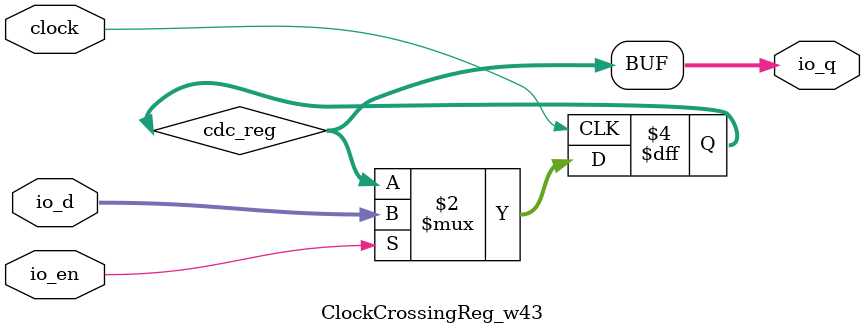
<source format=v>
module ClockCrossingReg_w43( // @[:chipyard.TestHarness.RocketConfig.fir@134526.2]
  input         clock, // @[:chipyard.TestHarness.RocketConfig.fir@134527.4]
  input  [42:0] io_d, // @[:chipyard.TestHarness.RocketConfig.fir@134529.4]
  output [42:0] io_q, // @[:chipyard.TestHarness.RocketConfig.fir@134529.4]
  input         io_en // @[:chipyard.TestHarness.RocketConfig.fir@134529.4]
);
  reg [42:0] cdc_reg; // @[Reg.scala 15:16:chipyard.TestHarness.RocketConfig.fir@134531.4]
  reg [63:0] _RAND_0;
  assign io_q = cdc_reg; // @[SynchronizerReg.scala 192:8:chipyard.TestHarness.RocketConfig.fir@134535.4]
`ifdef RANDOMIZE_GARBAGE_ASSIGN
`define RANDOMIZE
`endif
`ifdef RANDOMIZE_INVALID_ASSIGN
`define RANDOMIZE
`endif
`ifdef RANDOMIZE_REG_INIT
`define RANDOMIZE
`endif
`ifdef RANDOMIZE_MEM_INIT
`define RANDOMIZE
`endif
`ifndef RANDOM
`define RANDOM $random
`endif
`ifdef RANDOMIZE_MEM_INIT
  integer initvar;
`endif
`ifndef SYNTHESIS
initial begin
  `ifdef RANDOMIZE
    `ifdef INIT_RANDOM
      `INIT_RANDOM
    `endif
    `ifndef VERILATOR
      `ifdef RANDOMIZE_DELAY
        #`RANDOMIZE_DELAY begin end
      `else
        #0.002 begin end
      `endif
    `endif
  `ifdef RANDOMIZE_REG_INIT
  _RAND_0 = {2{`RANDOM}};
  cdc_reg = _RAND_0[42:0];
  `endif // RANDOMIZE_REG_INIT
  `endif // RANDOMIZE
end // initial
`endif // SYNTHESIS
  always @(posedge clock) begin
    if (io_en) begin
      cdc_reg <= io_d;
    end
  end
endmodule

</source>
